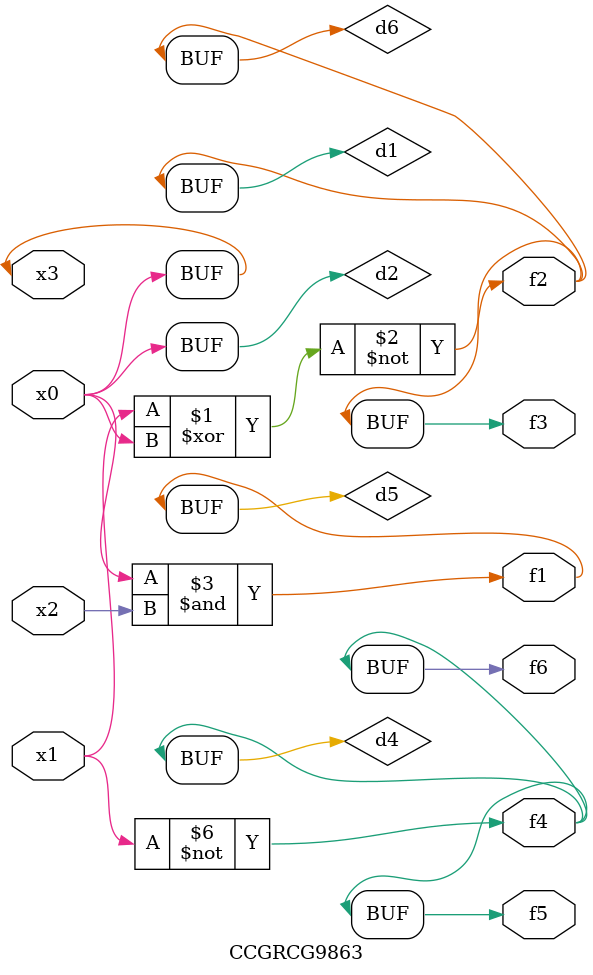
<source format=v>
module CCGRCG9863(
	input x0, x1, x2, x3,
	output f1, f2, f3, f4, f5, f6
);

	wire d1, d2, d3, d4, d5, d6;

	xnor (d1, x1, x3);
	buf (d2, x0, x3);
	nand (d3, x0, x2);
	not (d4, x1);
	nand (d5, d3);
	or (d6, d1);
	assign f1 = d5;
	assign f2 = d6;
	assign f3 = d6;
	assign f4 = d4;
	assign f5 = d4;
	assign f6 = d4;
endmodule

</source>
